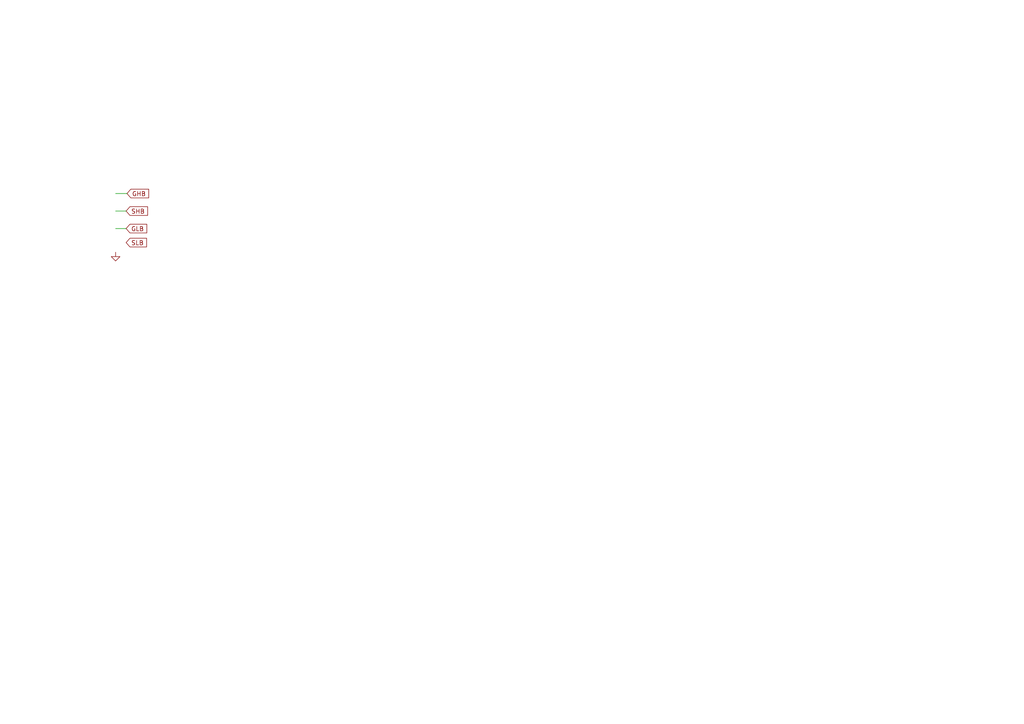
<source format=kicad_sch>
(kicad_sch (version 20230121) (generator eeschema)
  (paper "A4")
  (lib_symbols
    (symbol "power:GND" (power) (pin_names (offset 0))
      (property "Value" "GND" (at 0 -3.81 0))
      (symbol "GND_0_1"
        (polyline (pts (xy 0 0) (xy 0 -1.27) (xy 1.27 -1.27) (xy 0 -2.54) (xy -1.27 -1.27) (xy 0 -1.27)))
      )
      (symbol "GND_1_1"
        (pin power_in line (at 0 0 270) (length 0) hide (name "GND") (number "1"))
      )
    )
  )
  (wire (pts (xy 33.528 66.294) (xy 36.576 66.294)))
  (wire (pts (xy 33.528 61.214) (xy 36.576 61.214)))
  (wire (pts (xy 33.528 56.134) (xy 36.83 56.134)))
  (global_label "GLB" (shape input) (at 36.576 66.294 0) (property "Intersheetrefs" "${INTERSHEET_REFS}" (effects hide)))
  (global_label "SHB" (shape input) (at 36.576 61.214 0) (property "Intersheetrefs" "${INTERSHEET_REFS}" (effects hide)))
  (global_label "SLB" (shape input) (at 36.576 70.358 0) (property "Intersheetrefs" "${INTERSHEET_REFS}" (effects hide)))
  (global_label "GHB" (shape input) (at 36.83 56.134 0) (property "Intersheetrefs" "${INTERSHEET_REFS}" (effects hide)))
  (symbol (lib_id "power:GND") (at 33.528 73.152 0) (unit 1)
    (property "Reference" "#PWR024" (effects hide))
    (property "Value" "GND" (effects hide))
    (instances (project "BLDC_V_0.1" (path "" (reference "#PWR024") (unit 1)) (path "" (reference "#PWR023") (unit 1)) (path "" (reference "#PWR033") (unit 1)) (path "" (reference "#PWR042") (unit 1))))
  )
)
</source>
